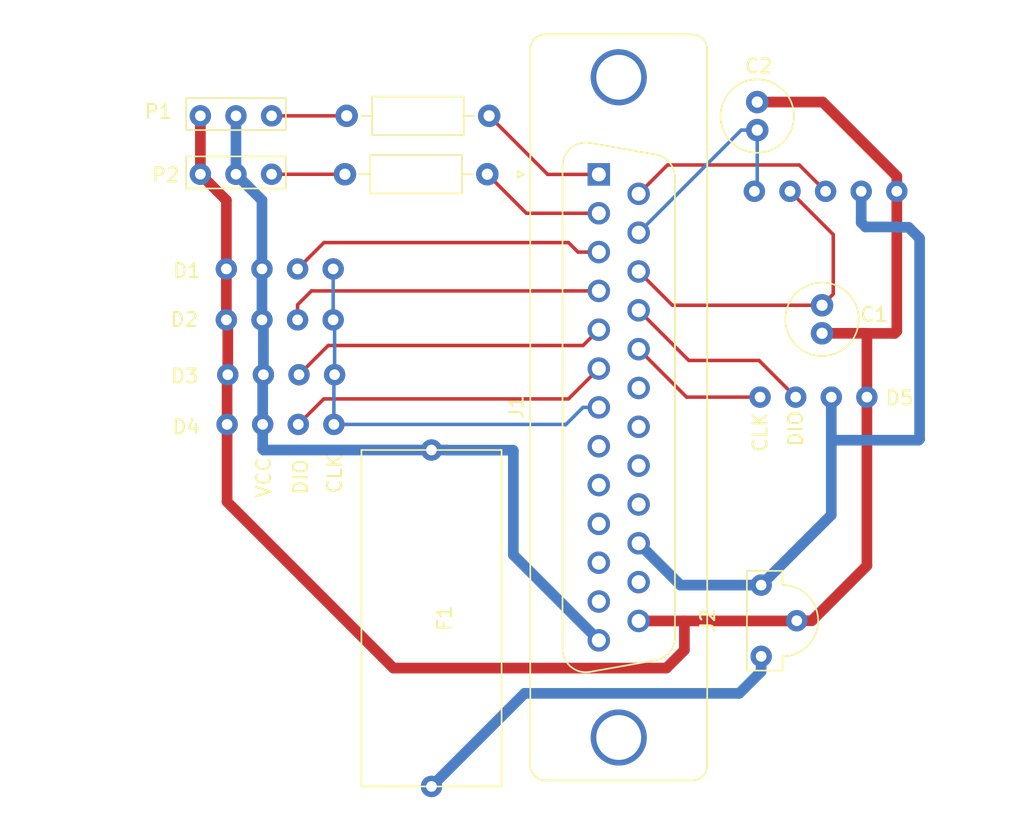
<source format=kicad_pcb>
(kicad_pcb (version 20171130) (host pcbnew "(5.1.0)-1")

  (general
    (thickness 1.6)
    (drawings 4)
    (tracks 113)
    (zones 0)
    (modules 15)
    (nets 27)
  )

  (page A4)
  (layers
    (0 F.Cu signal)
    (31 B.Cu signal)
    (32 B.Adhes user)
    (33 F.Adhes user)
    (34 B.Paste user hide)
    (35 F.Paste user)
    (36 B.SilkS user)
    (37 F.SilkS user)
    (38 B.Mask user)
    (39 F.Mask user)
    (40 Dwgs.User user)
    (41 Cmts.User user)
    (42 Eco1.User user)
    (43 Eco2.User user)
    (44 Edge.Cuts user)
    (45 Margin user)
    (46 B.CrtYd user)
    (47 F.CrtYd user)
    (48 B.Fab user)
    (49 F.Fab user)
  )

  (setup
    (last_trace_width 0.25)
    (user_trace_width 0.762)
    (trace_clearance 0.2)
    (zone_clearance 0.508)
    (zone_45_only no)
    (trace_min 0.2)
    (via_size 0.8)
    (via_drill 0.4)
    (via_min_size 0.4)
    (via_min_drill 0.3)
    (uvia_size 0.4)
    (uvia_drill 0.1)
    (uvias_allowed no)
    (uvia_min_size 0.4)
    (uvia_min_drill 0.1)
    (edge_width 0.05)
    (segment_width 0.2)
    (pcb_text_width 0.3)
    (pcb_text_size 1.5 1.5)
    (mod_edge_width 0.12)
    (mod_text_size 1 1)
    (mod_text_width 0.15)
    (pad_size 1.6 1.6)
    (pad_drill 1)
    (pad_to_mask_clearance 0.051)
    (solder_mask_min_width 0.25)
    (aux_axis_origin 0 0)
    (visible_elements 7FFFFFFF)
    (pcbplotparams
      (layerselection 0x010fc_ffffffff)
      (usegerberextensions false)
      (usegerberattributes false)
      (usegerberadvancedattributes false)
      (creategerberjobfile false)
      (excludeedgelayer true)
      (linewidth 0.100000)
      (plotframeref false)
      (viasonmask false)
      (mode 1)
      (useauxorigin false)
      (hpglpennumber 1)
      (hpglpenspeed 20)
      (hpglpendiameter 15.000000)
      (psnegative false)
      (psa4output false)
      (plotreference true)
      (plotvalue true)
      (plotinvisibletext false)
      (padsonsilk false)
      (subtractmaskfromsilk false)
      (outputformat 1)
      (mirror false)
      (drillshape 1)
      (scaleselection 1)
      (outputdirectory ""))
  )

  (net 0 "")
  (net 1 "Net-(J1-Pad11)")
  (net 2 "Net-(J1-Pad19)")
  (net 3 "Net-(J1-Pad20)")
  (net 4 "Net-(J1-Pad21)")
  (net 5 "Net-(J1-Pad22)")
  (net 6 "Net-(J1-Pad24)")
  (net 7 "Net-(J1-Pad10)")
  (net 8 GND)
  (net 9 VCC)
  (net 10 D1)
  (net 11 CLK)
  (net 12 D2)
  (net 13 D3)
  (net 14 D4)
  (net 15 CLK2)
  (net 16 D5)
  (net 17 B1)
  (net 18 B2)
  (net 19 "Net-(J1-Pad8)")
  (net 20 "Net-(J1-Pad9)")
  (net 21 "Net-(J1-Pad12)")
  (net 22 SW)
  (net 23 DT)
  (net 24 "Net-(P1-Pad1)")
  (net 25 "Net-(P2-Pad1)")
  (net 26 CLK3)

  (net_class Default "This is the default net class."
    (clearance 0.2)
    (trace_width 0.25)
    (via_dia 0.8)
    (via_drill 0.4)
    (uvia_dia 0.4)
    (uvia_drill 0.1)
    (add_net B1)
    (add_net B2)
    (add_net CLK)
    (add_net CLK2)
    (add_net CLK3)
    (add_net D1)
    (add_net D2)
    (add_net D3)
    (add_net D4)
    (add_net D5)
    (add_net DT)
    (add_net GND)
    (add_net "Net-(J1-Pad10)")
    (add_net "Net-(J1-Pad11)")
    (add_net "Net-(J1-Pad12)")
    (add_net "Net-(J1-Pad19)")
    (add_net "Net-(J1-Pad20)")
    (add_net "Net-(J1-Pad21)")
    (add_net "Net-(J1-Pad22)")
    (add_net "Net-(J1-Pad24)")
    (add_net "Net-(J1-Pad8)")
    (add_net "Net-(J1-Pad9)")
    (add_net "Net-(P1-Pad1)")
    (add_net "Net-(P2-Pad1)")
    (add_net SW)
    (add_net VCC)
  )

  (module Connector_Dsub:DSUB-25_Female_Vertical_P2.77x2.84mm_MountingHoles (layer F.Cu) (tedit 59FEDEE2) (tstamp 5CF87143)
    (at 117.9854 104.5338 90)
    (descr "25-pin D-Sub connector, straight/vertical, THT-mount, female, pitch 2.77x2.84mm, distance of mounting holes 47.1mm, see https://disti-assets.s3.amazonaws.com/tonar/files/datasheets/16730.pdf")
    (tags "25-pin D-Sub connector straight vertical THT female pitch 2.77x2.84mm mounting holes distance 47.1mm")
    (path /5CC77FAB)
    (fp_text reference J1 (at -16.62 -5.89 90) (layer F.SilkS)
      (effects (font (size 1 1) (thickness 0.15)))
    )
    (fp_text value DB25_Female (at -16.62 8.73 90) (layer F.Fab)
      (effects (font (size 1 1) (thickness 0.15)))
    )
    (fp_arc (start -42.17 -3.83) (end -43.17 -3.83) (angle 90) (layer F.Fab) (width 0.1))
    (fp_arc (start 8.93 -3.83) (end 8.93 -4.83) (angle 90) (layer F.Fab) (width 0.1))
    (fp_arc (start -42.17 6.67) (end -43.17 6.67) (angle -90) (layer F.Fab) (width 0.1))
    (fp_arc (start 8.93 6.67) (end 9.93 6.67) (angle 90) (layer F.Fab) (width 0.1))
    (fp_arc (start -42.17 -3.83) (end -43.23 -3.83) (angle 90) (layer F.SilkS) (width 0.12))
    (fp_arc (start 8.93 -3.83) (end 8.93 -4.89) (angle 90) (layer F.SilkS) (width 0.12))
    (fp_arc (start -42.17 6.67) (end -43.23 6.67) (angle -90) (layer F.SilkS) (width 0.12))
    (fp_arc (start 8.93 6.67) (end 9.99 6.67) (angle 90) (layer F.SilkS) (width 0.12))
    (fp_arc (start -33.863194 -0.93) (end -33.863194 -2.53) (angle -100) (layer F.Fab) (width 0.1))
    (fp_arc (start 0.623194 -0.93) (end 0.623194 -2.53) (angle 100) (layer F.Fab) (width 0.1))
    (fp_arc (start -33.034457 3.77) (end -33.034457 5.37) (angle 80) (layer F.Fab) (width 0.1))
    (fp_arc (start -0.205543 3.77) (end -0.205543 5.37) (angle -80) (layer F.Fab) (width 0.1))
    (fp_arc (start -33.851689 -0.93) (end -33.851689 -2.59) (angle -100) (layer F.SilkS) (width 0.12))
    (fp_arc (start 0.611689 -0.93) (end 0.611689 -2.59) (angle 100) (layer F.SilkS) (width 0.12))
    (fp_arc (start -33.022952 3.77) (end -33.022952 5.43) (angle 80) (layer F.SilkS) (width 0.12))
    (fp_arc (start -0.217048 3.77) (end -0.217048 5.43) (angle -80) (layer F.SilkS) (width 0.12))
    (fp_line (start -42.17 -4.83) (end 8.93 -4.83) (layer F.Fab) (width 0.1))
    (fp_line (start 9.93 -3.83) (end 9.93 6.67) (layer F.Fab) (width 0.1))
    (fp_line (start 8.93 7.67) (end -42.17 7.67) (layer F.Fab) (width 0.1))
    (fp_line (start -43.17 6.67) (end -43.17 -3.83) (layer F.Fab) (width 0.1))
    (fp_line (start -42.17 -4.89) (end 8.93 -4.89) (layer F.SilkS) (width 0.12))
    (fp_line (start 9.99 -3.83) (end 9.99 6.67) (layer F.SilkS) (width 0.12))
    (fp_line (start 8.93 7.73) (end -42.17 7.73) (layer F.SilkS) (width 0.12))
    (fp_line (start -43.23 6.67) (end -43.23 -3.83) (layer F.SilkS) (width 0.12))
    (fp_line (start -0.25 -5.784338) (end 0.25 -5.784338) (layer F.SilkS) (width 0.12))
    (fp_line (start 0.25 -5.784338) (end 0 -5.351325) (layer F.SilkS) (width 0.12))
    (fp_line (start 0 -5.351325) (end -0.25 -5.784338) (layer F.SilkS) (width 0.12))
    (fp_line (start -33.863194 -2.53) (end 0.623194 -2.53) (layer F.Fab) (width 0.1))
    (fp_line (start -33.034457 5.37) (end -0.205543 5.37) (layer F.Fab) (width 0.1))
    (fp_line (start 2.198887 -0.652163) (end 1.37015 4.047837) (layer F.Fab) (width 0.1))
    (fp_line (start -35.438887 -0.652163) (end -34.61015 4.047837) (layer F.Fab) (width 0.1))
    (fp_line (start -33.851689 -2.59) (end 0.611689 -2.59) (layer F.SilkS) (width 0.12))
    (fp_line (start -33.022952 5.43) (end -0.217048 5.43) (layer F.SilkS) (width 0.12))
    (fp_line (start 2.24647 -0.641744) (end 1.417733 4.058256) (layer F.SilkS) (width 0.12))
    (fp_line (start -35.48647 -0.641744) (end -34.657733 4.058256) (layer F.SilkS) (width 0.12))
    (fp_line (start -43.7 -5.35) (end -43.7 8.2) (layer F.CrtYd) (width 0.05))
    (fp_line (start -43.7 8.2) (end 10.45 8.2) (layer F.CrtYd) (width 0.05))
    (fp_line (start 10.45 8.2) (end 10.45 -5.35) (layer F.CrtYd) (width 0.05))
    (fp_line (start 10.45 -5.35) (end -43.7 -5.35) (layer F.CrtYd) (width 0.05))
    (fp_text user %R (at -16.62 1.42 90) (layer F.Fab)
      (effects (font (size 1 1) (thickness 0.15)))
    )
    (pad 1 thru_hole rect (at 0 0 90) (size 1.6 1.6) (drill 1) (layers *.Cu *.Mask)
      (net 17 B1))
    (pad 2 thru_hole circle (at -2.77 0 90) (size 1.6 1.6) (drill 1) (layers *.Cu *.Mask)
      (net 18 B2))
    (pad 3 thru_hole circle (at -5.54 0 90) (size 1.6 1.6) (drill 1) (layers *.Cu *.Mask)
      (net 10 D1))
    (pad 4 thru_hole circle (at -8.31 0 90) (size 1.6 1.6) (drill 1) (layers *.Cu *.Mask)
      (net 12 D2))
    (pad 5 thru_hole circle (at -11.08 0 90) (size 1.6 1.6) (drill 1) (layers *.Cu *.Mask)
      (net 13 D3))
    (pad 6 thru_hole circle (at -13.85 0 90) (size 1.6 1.6) (drill 1) (layers *.Cu *.Mask)
      (net 14 D4))
    (pad 7 thru_hole circle (at -16.62 0 90) (size 1.6 1.6) (drill 1) (layers *.Cu *.Mask)
      (net 11 CLK))
    (pad 8 thru_hole circle (at -19.39 0 90) (size 1.6 1.6) (drill 1) (layers *.Cu *.Mask)
      (net 19 "Net-(J1-Pad8)"))
    (pad 9 thru_hole circle (at -22.16 0 90) (size 1.6 1.6) (drill 1) (layers *.Cu *.Mask)
      (net 20 "Net-(J1-Pad9)"))
    (pad 10 thru_hole circle (at -24.93 0 90) (size 1.6 1.6) (drill 1) (layers *.Cu *.Mask)
      (net 7 "Net-(J1-Pad10)"))
    (pad 11 thru_hole circle (at -27.7 0 90) (size 1.6 1.6) (drill 1) (layers *.Cu *.Mask)
      (net 1 "Net-(J1-Pad11)"))
    (pad 12 thru_hole circle (at -30.47 0 90) (size 1.6 1.6) (drill 1) (layers *.Cu *.Mask)
      (net 21 "Net-(J1-Pad12)"))
    (pad 13 thru_hole circle (at -33.24 0 90) (size 1.6 1.6) (drill 1) (layers *.Cu *.Mask)
      (net 9 VCC))
    (pad 14 thru_hole circle (at -1.385 2.84 90) (size 1.6 1.6) (drill 1) (layers *.Cu *.Mask)
      (net 22 SW))
    (pad 15 thru_hole circle (at -4.155 2.84 90) (size 1.6 1.6) (drill 1) (layers *.Cu *.Mask)
      (net 15 CLK2))
    (pad 16 thru_hole circle (at -6.925 2.84 90) (size 1.6 1.6) (drill 1) (layers *.Cu *.Mask)
      (net 23 DT))
    (pad 17 thru_hole circle (at -9.695 2.84 90) (size 1.6 1.6) (drill 1) (layers *.Cu *.Mask)
      (net 16 D5))
    (pad 18 thru_hole circle (at -12.465 2.84 90) (size 1.6 1.6) (drill 1) (layers *.Cu *.Mask)
      (net 26 CLK3))
    (pad 19 thru_hole circle (at -15.235 2.84 90) (size 1.6 1.6) (drill 1) (layers *.Cu *.Mask)
      (net 2 "Net-(J1-Pad19)"))
    (pad 20 thru_hole circle (at -18.005 2.84 90) (size 1.6 1.6) (drill 1) (layers *.Cu *.Mask)
      (net 3 "Net-(J1-Pad20)"))
    (pad 21 thru_hole circle (at -20.775 2.84 90) (size 1.6 1.6) (drill 1) (layers *.Cu *.Mask)
      (net 4 "Net-(J1-Pad21)"))
    (pad 22 thru_hole circle (at -23.545 2.84 90) (size 1.6 1.6) (drill 1) (layers *.Cu *.Mask)
      (net 5 "Net-(J1-Pad22)"))
    (pad 23 thru_hole circle (at -26.315 2.84 90) (size 1.6 1.6) (drill 1) (layers *.Cu *.Mask)
      (net 9 VCC))
    (pad 24 thru_hole circle (at -29.085 2.84 90) (size 1.6 1.6) (drill 1) (layers *.Cu *.Mask)
      (net 6 "Net-(J1-Pad24)"))
    (pad 25 thru_hole circle (at -31.855 2.84 90) (size 1.6 1.6) (drill 1) (layers *.Cu *.Mask)
      (net 8 GND))
    (pad 0 thru_hole circle (at -40.17 1.42 90) (size 4 4) (drill 3.2) (layers *.Cu *.Mask))
    (pad 0 thru_hole circle (at 6.93 1.42 90) (size 4 4) (drill 3.2) (layers *.Cu *.Mask))
    (model ${KISYS3DMOD}/Connector_Dsub.3dshapes/DSUB-25_Female_Vertical_P2.77x2.84mm_MountingHoles.wrl
      (at (xyz 0 0 0))
      (scale (xyz 1 1 1))
      (rotate (xyz 0 0 0))
    )
  )

  (module Eco-PCB-Sensor-Footprints:TM1637-Display-holes (layer F.Cu) (tedit 5CF7E850) (tstamp 5CF870F2)
    (at 133.2992 138.4214 180)
    (path /5CE5879D)
    (fp_text reference D5 (at -6.1468 17.9324 180) (layer F.SilkS)
      (effects (font (size 1 1) (thickness 0.15)))
    )
    (fp_text value Display_5 (at -11.3538 17.9238 180) (layer F.Fab)
      (effects (font (size 1 1) (thickness 0.15)))
    )
    (fp_text user CLK (at 3.81 15.494 270) (layer F.SilkS)
      (effects (font (size 1 1) (thickness 0.15)))
    )
    (fp_text user DIO (at 1.27 15.748 270) (layer F.SilkS)
      (effects (font (size 1 1) (thickness 0.15)))
    )
    (pad 4 thru_hole circle (at 3.81 18 180) (size 1.524 1.524) (drill 0.762) (layers *.Cu *.Mask)
      (net 26 CLK3))
    (pad 3 thru_hole circle (at 1.27 18 180) (size 1.524 1.524) (drill 0.762) (layers *.Cu *.Mask)
      (net 16 D5))
    (pad 2 thru_hole circle (at -1.27 18 180) (size 1.524 1.524) (drill 0.762) (layers *.Cu *.Mask)
      (net 9 VCC))
    (pad 1 thru_hole circle (at -3.81 18 180) (size 1.524 1.524) (drill 0.762) (layers *.Cu *.Mask)
      (net 8 GND))
  )

  (module Capacitor_THT:C_Radial_D5.0mm_H11.0mm_P2.00mm (layer F.Cu) (tedit 5BC5C9B9) (tstamp 5CF870AC)
    (at 133.9088 113.8682 270)
    (descr "C, Radial series, Radial, pin pitch=2.00mm, diameter=5mm, height=11mm, Non-Polar Electrolytic Capacitor")
    (tags "C Radial series Radial pin pitch 2.00mm diameter 5mm height 11mm Non-Polar Electrolytic Capacitor")
    (path /5CF27090)
    (fp_text reference C1 (at 0.6604 -3.7084) (layer F.SilkS)
      (effects (font (size 1 1) (thickness 0.15)))
    )
    (fp_text value 47u (at 1 3.75 270) (layer F.Fab)
      (effects (font (size 1 1) (thickness 0.15)))
    )
    (fp_circle (center 1 0) (end 3.5 0) (layer F.Fab) (width 0.1))
    (fp_circle (center 1 0) (end 3.62 0) (layer F.SilkS) (width 0.12))
    (fp_circle (center 1 0) (end 3.75 0) (layer F.CrtYd) (width 0.05))
    (fp_text user %R (at 1 0 270) (layer F.Fab)
      (effects (font (size 1 1) (thickness 0.15)))
    )
    (pad 1 thru_hole circle (at 0 0 270) (size 1.6 1.6) (drill 0.8) (layers *.Cu *.Mask)
      (net 23 DT))
    (pad 2 thru_hole circle (at 2 0 270) (size 1.6 1.6) (drill 0.8) (layers *.Cu *.Mask)
      (net 8 GND))
    (model ${KISYS3DMOD}/Capacitor_THT.3dshapes/C_Radial_D5.0mm_H11.0mm_P2.00mm.wrl
      (at (xyz 0 0 0))
      (scale (xyz 1 1 1))
      (rotate (xyz 0 0 0))
    )
  )

  (module Capacitor_THT:C_Radial_D5.0mm_H11.0mm_P2.00mm (layer F.Cu) (tedit 5BC5C9B9) (tstamp 5CF870B6)
    (at 129.286 101.3714 90)
    (descr "C, Radial series, Radial, pin pitch=2.00mm, diameter=5mm, height=11mm, Non-Polar Electrolytic Capacitor")
    (tags "C Radial series Radial pin pitch 2.00mm diameter 5mm height 11mm Non-Polar Electrolytic Capacitor")
    (path /5CF28851)
    (fp_text reference C2 (at 4.572 0.1016) (layer F.SilkS)
      (effects (font (size 1 1) (thickness 0.15)))
    )
    (fp_text value 47u (at 1 3.75 90) (layer F.Fab)
      (effects (font (size 1 1) (thickness 0.15)))
    )
    (fp_text user %R (at 1 0 90) (layer F.Fab)
      (effects (font (size 1 1) (thickness 0.15)))
    )
    (fp_circle (center 1 0) (end 3.75 0) (layer F.CrtYd) (width 0.05))
    (fp_circle (center 1 0) (end 3.62 0) (layer F.SilkS) (width 0.12))
    (fp_circle (center 1 0) (end 3.5 0) (layer F.Fab) (width 0.1))
    (pad 2 thru_hole circle (at 2 0 90) (size 1.6 1.6) (drill 0.8) (layers *.Cu *.Mask)
      (net 8 GND))
    (pad 1 thru_hole circle (at 0 0 90) (size 1.6 1.6) (drill 0.8) (layers *.Cu *.Mask)
      (net 15 CLK2))
    (model ${KISYS3DMOD}/Capacitor_THT.3dshapes/C_Radial_D5.0mm_H11.0mm_P2.00mm.wrl
      (at (xyz 0 0 0))
      (scale (xyz 1 1 1))
      (rotate (xyz 0 0 0))
    )
  )

  (module Eco-PCB-Sensor-Footprints:TM1637-Display-holes (layer F.Cu) (tedit 5CF7E850) (tstamp 5CF870C2)
    (at 95.2246 93.2774)
    (path /5CD2EBFF)
    (fp_text reference D1 (at -6.6294 18.127) (layer F.SilkS)
      (effects (font (size 1 1) (thickness 0.15)))
    )
    (fp_text value Display_1 (at 0 22.606) (layer F.Fab)
      (effects (font (size 1 1) (thickness 0.15)))
    )
    (pad 1 thru_hole circle (at -3.81 18) (size 1.524 1.524) (drill 0.762) (layers *.Cu *.Mask)
      (net 8 GND))
    (pad 2 thru_hole circle (at -1.27 18) (size 1.524 1.524) (drill 0.762) (layers *.Cu *.Mask)
      (net 9 VCC))
    (pad 3 thru_hole circle (at 1.27 18) (size 1.524 1.524) (drill 0.762) (layers *.Cu *.Mask)
      (net 10 D1))
    (pad 4 thru_hole circle (at 3.81 18) (size 1.524 1.524) (drill 0.762) (layers *.Cu *.Mask)
      (net 11 CLK))
  )

  (module Eco-PCB-Sensor-Footprints:TM1637-Display-holes (layer F.Cu) (tedit 5CF7E850) (tstamp 5CF870CE)
    (at 95.2246 96.9096)
    (path /5CD392DE)
    (fp_text reference D2 (at -6.8072 17.9824) (layer F.SilkS)
      (effects (font (size 1 1) (thickness 0.15)))
    )
    (fp_text value Display_2 (at 0 22.606) (layer F.Fab)
      (effects (font (size 1 1) (thickness 0.15)))
    )
    (pad 1 thru_hole circle (at -3.81 18) (size 1.524 1.524) (drill 0.762) (layers *.Cu *.Mask)
      (net 8 GND))
    (pad 2 thru_hole circle (at -1.27 18) (size 1.524 1.524) (drill 0.762) (layers *.Cu *.Mask)
      (net 9 VCC))
    (pad 3 thru_hole circle (at 1.27 18) (size 1.524 1.524) (drill 0.762) (layers *.Cu *.Mask)
      (net 12 D2))
    (pad 4 thru_hole circle (at 3.81 18) (size 1.524 1.524) (drill 0.762) (layers *.Cu *.Mask)
      (net 11 CLK))
  )

  (module Eco-PCB-Sensor-Footprints:TM1637-Display-holes (layer F.Cu) (tedit 5CF7E850) (tstamp 5CF870DA)
    (at 95.3262 100.8212)
    (path /5CD39ABE)
    (fp_text reference D3 (at -6.8834 18.1016) (layer F.SilkS)
      (effects (font (size 1 1) (thickness 0.15)))
    )
    (fp_text value Display_3 (at 0 22.606) (layer F.Fab)
      (effects (font (size 1 1) (thickness 0.15)))
    )
    (pad 4 thru_hole circle (at 3.81 18) (size 1.524 1.524) (drill 0.762) (layers *.Cu *.Mask)
      (net 11 CLK))
    (pad 3 thru_hole circle (at 1.27 18) (size 1.524 1.524) (drill 0.762) (layers *.Cu *.Mask)
      (net 13 D3))
    (pad 2 thru_hole circle (at -1.27 18) (size 1.524 1.524) (drill 0.762) (layers *.Cu *.Mask)
      (net 9 VCC))
    (pad 1 thru_hole circle (at -3.81 18) (size 1.524 1.524) (drill 0.762) (layers *.Cu *.Mask)
      (net 8 GND))
  )

  (module Eco-PCB-Sensor-Footprints:TM1637-Display-holes (layer F.Cu) (tedit 5CF7E850) (tstamp 5CF870E6)
    (at 95.2754 104.3686)
    (path /5CD3A063)
    (fp_text reference D4 (at -6.731 18.1778) (layer F.SilkS)
      (effects (font (size 1 1) (thickness 0.15)))
    )
    (fp_text value Display_4 (at 0 22.606) (layer F.Fab)
      (effects (font (size 1 1) (thickness 0.15)))
    )
    (fp_text user VCC (at -1.1938 21.7932 90) (layer F.SilkS)
      (effects (font (size 1 1) (thickness 0.15)))
    )
    (fp_text user DIO (at 1.4478 21.7424 90) (layer F.SilkS)
      (effects (font (size 1 1) (thickness 0.15)))
    )
    (fp_text user CLK (at 3.8608 21.5138 270) (layer F.SilkS)
      (effects (font (size 1 1) (thickness 0.15)))
    )
    (pad 1 thru_hole circle (at -3.81 18) (size 1.524 1.524) (drill 0.762) (layers *.Cu *.Mask)
      (net 8 GND))
    (pad 2 thru_hole circle (at -1.27 18) (size 1.524 1.524) (drill 0.762) (layers *.Cu *.Mask)
      (net 9 VCC))
    (pad 3 thru_hole circle (at 1.27 18) (size 1.524 1.524) (drill 0.762) (layers *.Cu *.Mask)
      (net 14 D4))
    (pad 4 thru_hole circle (at 3.81 18) (size 1.524 1.524) (drill 0.762) (layers *.Cu *.Mask)
      (net 11 CLK))
  )

  (module Eco-PCB-Sensor-Footprints:Fuse-Holder (layer F.Cu) (tedit 5CE90410) (tstamp 5CF870FC)
    (at 111.0488 136.1948 90)
    (path /5CF7E43D)
    (fp_text reference F1 (at 0 -4.064 90) (layer F.SilkS)
      (effects (font (size 1 1) (thickness 0.15)))
    )
    (fp_text value Fuse (at 0 -6.096 90) (layer F.Fab)
      (effects (font (size 1 1) (thickness 0.15)))
    )
    (fp_line (start 12 0) (end 12 -10) (layer F.SilkS) (width 0.12))
    (fp_line (start -12 0) (end -12 -10) (layer F.SilkS) (width 0.12))
    (fp_line (start 12 -10) (end -12 -10) (layer F.SilkS) (width 0.12))
    (fp_line (start 12 0) (end -12 0) (layer F.SilkS) (width 0.12))
    (pad 1 thru_hole circle (at -12 -5 90) (size 1.524 1.524) (drill 0.762) (layers *.Cu *.Mask)
      (net 9 VCC))
    (pad 2 thru_hole circle (at 12 -5 90) (size 1.524 1.524) (drill 0.762) (layers *.Cu *.Mask)
      (net 9 VCC))
  )

  (module Eco-PCB-Sensor-Footprints:Red-Switch (layer F.Cu) (tedit 5CE6B00D) (tstamp 5CF87153)
    (at 129.5654 136.3726 270)
    (path /5CF82C25)
    (fp_text reference J2 (at 0 3.81 270) (layer F.SilkS)
      (effects (font (size 1 1) (thickness 0.15)))
    )
    (fp_text value Switch (at 0.508 -6.604 270) (layer F.Fab)
      (effects (font (size 1 1) (thickness 0.15)))
    )
    (fp_line (start -3.556 -1.016) (end -3.556 1.016) (layer F.SilkS) (width 0.12))
    (fp_line (start -3.556 1.016) (end 3.556 1.016) (layer F.SilkS) (width 0.12))
    (fp_line (start 3.556 1.016) (end 3.556 -1.016) (layer F.SilkS) (width 0.12))
    (fp_arc (start 0 -1.524) (end 2.54 -1.524) (angle -180) (layer F.SilkS) (width 0.12))
    (fp_line (start -2.54 -1.524) (end -3.556 -1.524) (layer F.SilkS) (width 0.12))
    (fp_line (start -3.556 -1.524) (end -3.556 -1.016) (layer F.SilkS) (width 0.12))
    (fp_line (start 2.54 -1.524) (end 3.556 -1.524) (layer F.SilkS) (width 0.12))
    (fp_line (start 3.556 -1.524) (end 3.556 -1.016) (layer F.SilkS) (width 0.12))
    (fp_text user GND (at 0 -4.826 270) (layer F.Fab)
      (effects (font (size 1 1) (thickness 0.15)))
    )
    (pad 1 thru_hole circle (at -2.54 0 270) (size 1.524 1.524) (drill 0.762) (layers *.Cu *.Mask)
      (net 9 VCC))
    (pad 2 thru_hole circle (at 2.54 0 270) (size 1.524 1.524) (drill 0.762) (layers *.Cu *.Mask)
      (net 9 VCC))
    (pad 3 thru_hole circle (at 0 -2.54 270) (size 1.524 1.524) (drill 0.762) (layers *.Cu *.Mask)
      (net 8 GND))
  )

  (module Eco-PCB-Sensor-Footprints:BUTTON (layer F.Cu) (tedit 5CF10E69) (tstamp 5CF8715E)
    (at 93.3704 100.3554 180)
    (path /5CE6B030)
    (fp_text reference P1 (at 6.8072 0.3048 180) (layer F.SilkS)
      (effects (font (size 1 1) (thickness 0.15)))
    )
    (fp_text value "Push Button" (at 13.3604 0.381 180) (layer F.Fab)
      (effects (font (size 1 1) (thickness 0.15)))
    )
    (fp_line (start 4.826 -1.016) (end -2.286 -1.016) (layer F.SilkS) (width 0.12))
    (fp_line (start 4.826 1.27) (end 4.826 -1.016) (layer F.SilkS) (width 0.12))
    (fp_line (start -2.286 1.27) (end 4.826 1.27) (layer F.SilkS) (width 0.12))
    (fp_line (start -2.286 -1.016) (end -2.286 1.27) (layer F.SilkS) (width 0.12))
    (pad 3 thru_hole circle (at 3.81 0 180) (size 1.524 1.524) (drill 0.762) (layers *.Cu *.Mask)
      (net 8 GND))
    (pad 2 thru_hole circle (at 1.27 0 180) (size 1.524 1.524) (drill 0.762) (layers *.Cu *.Mask)
      (net 9 VCC))
    (pad 1 thru_hole circle (at -1.27 0 180) (size 1.524 1.524) (drill 0.762) (layers *.Cu *.Mask)
      (net 24 "Net-(P1-Pad1)"))
  )

  (module Eco-PCB-Sensor-Footprints:BUTTON (layer F.Cu) (tedit 5CF10E69) (tstamp 5CF87169)
    (at 93.3704 104.521 180)
    (path /5CE6EB3E)
    (fp_text reference P2 (at 6.2738 -0.0508 180) (layer F.SilkS)
      (effects (font (size 1 1) (thickness 0.15)))
    )
    (fp_text value "Push Button" (at 12.7 0.0508 180) (layer F.Fab)
      (effects (font (size 1 1) (thickness 0.15)))
    )
    (fp_line (start -2.286 -1.016) (end -2.286 1.27) (layer F.SilkS) (width 0.12))
    (fp_line (start -2.286 1.27) (end 4.826 1.27) (layer F.SilkS) (width 0.12))
    (fp_line (start 4.826 1.27) (end 4.826 -1.016) (layer F.SilkS) (width 0.12))
    (fp_line (start 4.826 -1.016) (end -2.286 -1.016) (layer F.SilkS) (width 0.12))
    (pad 1 thru_hole circle (at -1.27 0 180) (size 1.524 1.524) (drill 0.762) (layers *.Cu *.Mask)
      (net 25 "Net-(P2-Pad1)"))
    (pad 2 thru_hole circle (at 1.27 0 180) (size 1.524 1.524) (drill 0.762) (layers *.Cu *.Mask)
      (net 9 VCC))
    (pad 3 thru_hole circle (at 3.81 0 180) (size 1.524 1.524) (drill 0.762) (layers *.Cu *.Mask)
      (net 8 GND))
  )

  (module Resistor_THT:R_Axial_DIN0207_L6.3mm_D2.5mm_P10.16mm_Horizontal (layer F.Cu) (tedit 5AE5139B) (tstamp 5CF87180)
    (at 110.1598 100.3554 180)
    (descr "Resistor, Axial_DIN0207 series, Axial, Horizontal, pin pitch=10.16mm, 0.25W = 1/4W, length*diameter=6.3*2.5mm^2, http://cdn-reichelt.de/documents/datenblatt/B400/1_4W%23YAG.pdf")
    (tags "Resistor Axial_DIN0207 series Axial Horizontal pin pitch 10.16mm 0.25W = 1/4W length 6.3mm diameter 2.5mm")
    (path /5CE728FC)
    (fp_text reference R1 (at 5.2578 3.6576 180) (layer F.Fab)
      (effects (font (size 1 1) (thickness 0.15)))
    )
    (fp_text value "10K Ohms" (at 5.08 2.37 180) (layer F.Fab)
      (effects (font (size 1 1) (thickness 0.15)))
    )
    (fp_line (start 1.93 -1.25) (end 1.93 1.25) (layer F.Fab) (width 0.1))
    (fp_line (start 1.93 1.25) (end 8.23 1.25) (layer F.Fab) (width 0.1))
    (fp_line (start 8.23 1.25) (end 8.23 -1.25) (layer F.Fab) (width 0.1))
    (fp_line (start 8.23 -1.25) (end 1.93 -1.25) (layer F.Fab) (width 0.1))
    (fp_line (start 0 0) (end 1.93 0) (layer F.Fab) (width 0.1))
    (fp_line (start 10.16 0) (end 8.23 0) (layer F.Fab) (width 0.1))
    (fp_line (start 1.81 -1.37) (end 1.81 1.37) (layer F.SilkS) (width 0.12))
    (fp_line (start 1.81 1.37) (end 8.35 1.37) (layer F.SilkS) (width 0.12))
    (fp_line (start 8.35 1.37) (end 8.35 -1.37) (layer F.SilkS) (width 0.12))
    (fp_line (start 8.35 -1.37) (end 1.81 -1.37) (layer F.SilkS) (width 0.12))
    (fp_line (start 1.04 0) (end 1.81 0) (layer F.SilkS) (width 0.12))
    (fp_line (start 9.12 0) (end 8.35 0) (layer F.SilkS) (width 0.12))
    (fp_line (start -1.05 -1.5) (end -1.05 1.5) (layer F.CrtYd) (width 0.05))
    (fp_line (start -1.05 1.5) (end 11.21 1.5) (layer F.CrtYd) (width 0.05))
    (fp_line (start 11.21 1.5) (end 11.21 -1.5) (layer F.CrtYd) (width 0.05))
    (fp_line (start 11.21 -1.5) (end -1.05 -1.5) (layer F.CrtYd) (width 0.05))
    (fp_text user %R (at 5.08 0 180) (layer F.Fab)
      (effects (font (size 1 1) (thickness 0.15)))
    )
    (pad 1 thru_hole circle (at 0 0 180) (size 1.6 1.6) (drill 0.8) (layers *.Cu *.Mask)
      (net 17 B1))
    (pad 2 thru_hole oval (at 10.16 0 180) (size 1.6 1.6) (drill 0.8) (layers *.Cu *.Mask)
      (net 24 "Net-(P1-Pad1)"))
    (model ${KISYS3DMOD}/Resistor_THT.3dshapes/R_Axial_DIN0207_L6.3mm_D2.5mm_P10.16mm_Horizontal.wrl
      (at (xyz 0 0 0))
      (scale (xyz 1 1 1))
      (rotate (xyz 0 0 0))
    )
  )

  (module Resistor_THT:R_Axial_DIN0207_L6.3mm_D2.5mm_P10.16mm_Horizontal (layer F.Cu) (tedit 5AE5139B) (tstamp 5CF87197)
    (at 110.0328 104.521 180)
    (descr "Resistor, Axial_DIN0207 series, Axial, Horizontal, pin pitch=10.16mm, 0.25W = 1/4W, length*diameter=6.3*2.5mm^2, http://cdn-reichelt.de/documents/datenblatt/B400/1_4W%23YAG.pdf")
    (tags "Resistor Axial_DIN0207 series Axial Horizontal pin pitch 10.16mm 0.25W = 1/4W length 6.3mm diameter 2.5mm")
    (path /5CE73538)
    (fp_text reference R2 (at 5.3086 -2.5146 180) (layer F.Fab)
      (effects (font (size 1 1) (thickness 0.15)))
    )
    (fp_text value "10K Ohms" (at 5.08 2.37 180) (layer F.Fab)
      (effects (font (size 1 1) (thickness 0.15)))
    )
    (fp_text user %R (at 5.08 0 180) (layer F.Fab)
      (effects (font (size 1 1) (thickness 0.15)))
    )
    (fp_line (start 11.21 -1.5) (end -1.05 -1.5) (layer F.CrtYd) (width 0.05))
    (fp_line (start 11.21 1.5) (end 11.21 -1.5) (layer F.CrtYd) (width 0.05))
    (fp_line (start -1.05 1.5) (end 11.21 1.5) (layer F.CrtYd) (width 0.05))
    (fp_line (start -1.05 -1.5) (end -1.05 1.5) (layer F.CrtYd) (width 0.05))
    (fp_line (start 9.12 0) (end 8.35 0) (layer F.SilkS) (width 0.12))
    (fp_line (start 1.04 0) (end 1.81 0) (layer F.SilkS) (width 0.12))
    (fp_line (start 8.35 -1.37) (end 1.81 -1.37) (layer F.SilkS) (width 0.12))
    (fp_line (start 8.35 1.37) (end 8.35 -1.37) (layer F.SilkS) (width 0.12))
    (fp_line (start 1.81 1.37) (end 8.35 1.37) (layer F.SilkS) (width 0.12))
    (fp_line (start 1.81 -1.37) (end 1.81 1.37) (layer F.SilkS) (width 0.12))
    (fp_line (start 10.16 0) (end 8.23 0) (layer F.Fab) (width 0.1))
    (fp_line (start 0 0) (end 1.93 0) (layer F.Fab) (width 0.1))
    (fp_line (start 8.23 -1.25) (end 1.93 -1.25) (layer F.Fab) (width 0.1))
    (fp_line (start 8.23 1.25) (end 8.23 -1.25) (layer F.Fab) (width 0.1))
    (fp_line (start 1.93 1.25) (end 8.23 1.25) (layer F.Fab) (width 0.1))
    (fp_line (start 1.93 -1.25) (end 1.93 1.25) (layer F.Fab) (width 0.1))
    (pad 2 thru_hole oval (at 10.16 0 180) (size 1.6 1.6) (drill 0.8) (layers *.Cu *.Mask)
      (net 25 "Net-(P2-Pad1)"))
    (pad 1 thru_hole circle (at 0 0 180) (size 1.6 1.6) (drill 0.8) (layers *.Cu *.Mask)
      (net 18 B2))
    (model ${KISYS3DMOD}/Resistor_THT.3dshapes/R_Axial_DIN0207_L6.3mm_D2.5mm_P10.16mm_Horizontal.wrl
      (at (xyz 0 0 0))
      (scale (xyz 1 1 1))
      (rotate (xyz 0 0 0))
    )
  )

  (module Eco-PCB-Sensor-Footprints:Rotary_Encoder_holes (layer F.Cu) (tedit 5CF7EEAD) (tstamp 5CF88A75)
    (at 136.4488 116.2304 180)
    (path /5CF21425)
    (fp_text reference A3 (at 2.54 7.366 180) (layer F.Fab)
      (effects (font (size 1 1) (thickness 0.15)))
    )
    (fp_text value "Rotary Encoder" (at 2.54 8.636 180) (layer F.Fab)
      (effects (font (size 1 1) (thickness 0.15)))
    )
    (pad 1 thru_hole circle (at -2.794 10.492 180) (size 1.524 1.524) (drill 0.762) (layers *.Cu *.Mask)
      (net 8 GND))
    (pad 2 thru_hole circle (at -0.254 10.492 180) (size 1.524 1.524) (drill 0.762) (layers *.Cu *.Mask)
      (net 9 VCC))
    (pad 3 thru_hole circle (at 2.286 10.492 180) (size 1.524 1.524) (drill 0.762) (layers *.Cu *.Mask)
      (net 22 SW))
    (pad 4 thru_hole circle (at 4.826 10.492 180) (size 1.524 1.524) (drill 0.762) (layers *.Cu *.Mask)
      (net 23 DT))
    (pad 5 thru_hole circle (at 7.366 10.492 180) (size 1.524 1.524) (drill 0.762) (layers *.Cu *.Mask)
      (net 15 CLK2))
  )

  (gr_line (start 141.88 150.7744) (end 85.0138 150.7744) (layer Eco2.User) (width 0.12) (tstamp 5CF901A3))
  (gr_line (start 84.963 150.7744) (end 84.963 92.1512) (layer Eco2.User) (width 0.12) (tstamp 5CE6BFFE))
  (gr_line (start 141.8844 150.7744) (end 141.8844 92.1512) (layer Eco2.User) (width 0.12) (tstamp 5CE6BFAF))
  (gr_line (start 141.88 92.1512) (end 85 92.1512) (layer Eco2.User) (width 0.12))

  (segment (start 132.0892 136.3888) (end 132.1054 136.3726) (width 0.762) (layer F.Cu) (net 8))
  (segment (start 124.0882 136.3888) (end 124.0882 138.4716) (width 0.762) (layer F.Cu) (net 8))
  (segment (start 124.0882 136.3888) (end 132.0892 136.3888) (width 0.762) (layer F.Cu) (net 8))
  (segment (start 120.8254 136.3888) (end 124.0882 136.3888) (width 0.762) (layer F.Cu) (net 8))
  (segment (start 124.0882 138.4716) (end 122.809 139.7508) (width 0.762) (layer F.Cu) (net 8))
  (segment (start 122.809 139.7508) (end 103.3272 139.7508) (width 0.762) (layer F.Cu) (net 8))
  (segment (start 91.4654 127.889) (end 91.4654 122.3686) (width 0.762) (layer F.Cu) (net 8))
  (segment (start 103.3272 139.7508) (end 91.4654 127.889) (width 0.762) (layer F.Cu) (net 8))
  (segment (start 91.4654 118.872) (end 91.5162 118.8212) (width 0.762) (layer F.Cu) (net 8))
  (segment (start 91.4654 122.3686) (end 91.4654 118.872) (width 0.762) (layer F.Cu) (net 8))
  (segment (start 91.5162 115.0112) (end 91.4146 114.9096) (width 0.762) (layer F.Cu) (net 8))
  (segment (start 91.5162 118.8212) (end 91.5162 115.0112) (width 0.762) (layer F.Cu) (net 8))
  (segment (start 91.4146 114.9096) (end 91.4146 111.2774) (width 0.762) (layer F.Cu) (net 8))
  (segment (start 91.4146 106.3752) (end 89.5604 104.521) (width 0.762) (layer F.Cu) (net 8))
  (segment (start 91.4146 111.2774) (end 91.4146 106.3752) (width 0.762) (layer F.Cu) (net 8))
  (segment (start 89.5604 104.521) (end 89.5604 100.3554) (width 0.762) (layer F.Cu) (net 8))
  (segment (start 137.1092 121.49903) (end 137.1092 120.4214) (width 0.762) (layer F.Cu) (net 8))
  (segment (start 137.1092 132.44643) (end 137.1092 121.49903) (width 0.762) (layer F.Cu) (net 8))
  (segment (start 133.18303 136.3726) (end 137.1092 132.44643) (width 0.762) (layer F.Cu) (net 8))
  (segment (start 132.1054 136.3726) (end 133.18303 136.3726) (width 0.762) (layer F.Cu) (net 8))
  (segment (start 137.1092 120.4214) (end 137.1092 115.8748) (width 0.762) (layer F.Cu) (net 8))
  (segment (start 137.1026 115.8682) (end 133.9088 115.8682) (width 0.762) (layer F.Cu) (net 8))
  (segment (start 137.1092 115.8748) (end 137.1026 115.8682) (width 0.762) (layer F.Cu) (net 8))
  (segment (start 137.1092 115.8748) (end 139.0904 115.8748) (width 0.762) (layer F.Cu) (net 8))
  (segment (start 139.2428 115.7224) (end 139.2428 105.7384) (width 0.762) (layer F.Cu) (net 8))
  (segment (start 139.0904 115.8748) (end 139.2428 115.7224) (width 0.762) (layer F.Cu) (net 8))
  (segment (start 130.41737 99.3714) (end 129.286 99.3714) (width 0.762) (layer F.Cu) (net 8))
  (segment (start 133.95343 99.3714) (end 130.41737 99.3714) (width 0.762) (layer F.Cu) (net 8))
  (segment (start 139.2428 104.66077) (end 133.95343 99.3714) (width 0.762) (layer F.Cu) (net 8))
  (segment (start 139.2428 105.7384) (end 139.2428 104.66077) (width 0.762) (layer F.Cu) (net 8))
  (segment (start 123.8092 133.8326) (end 129.5654 133.8326) (width 0.762) (layer B.Cu) (net 9))
  (segment (start 120.8254 130.8488) (end 123.8092 133.8326) (width 0.762) (layer B.Cu) (net 9))
  (segment (start 106.0488 124.1948) (end 94.0674 124.1948) (width 0.762) (layer B.Cu) (net 9))
  (segment (start 94.0054 124.1328) (end 94.0054 122.3686) (width 0.762) (layer B.Cu) (net 9))
  (segment (start 94.0674 124.1948) (end 94.0054 124.1328) (width 0.762) (layer B.Cu) (net 9))
  (segment (start 94.0054 118.872) (end 94.0562 118.8212) (width 0.762) (layer B.Cu) (net 9))
  (segment (start 94.0054 122.3686) (end 94.0054 118.872) (width 0.762) (layer B.Cu) (net 9))
  (segment (start 94.0562 115.0112) (end 93.9546 114.9096) (width 0.762) (layer B.Cu) (net 9))
  (segment (start 94.0562 118.8212) (end 94.0562 115.0112) (width 0.762) (layer B.Cu) (net 9))
  (segment (start 93.9546 114.9096) (end 93.9546 111.2774) (width 0.762) (layer B.Cu) (net 9))
  (segment (start 93.9546 106.3752) (end 92.1004 104.521) (width 0.762) (layer B.Cu) (net 9))
  (segment (start 93.9546 111.2774) (end 93.9546 106.3752) (width 0.762) (layer B.Cu) (net 9))
  (segment (start 92.1004 104.521) (end 92.1004 100.3554) (width 0.762) (layer B.Cu) (net 9))
  (segment (start 129.5654 139.99023) (end 128.00143 141.5542) (width 0.762) (layer B.Cu) (net 9))
  (segment (start 129.5654 138.9126) (end 129.5654 139.99023) (width 0.762) (layer B.Cu) (net 9))
  (segment (start 112.6894 141.5542) (end 106.0488 148.1948) (width 0.762) (layer B.Cu) (net 9))
  (segment (start 128.00143 141.5542) (end 112.6894 141.5542) (width 0.762) (layer B.Cu) (net 9))
  (segment (start 107.12643 124.1948) (end 107.13763 124.206) (width 0.762) (layer B.Cu) (net 9))
  (segment (start 106.0488 124.1948) (end 107.12643 124.1948) (width 0.762) (layer B.Cu) (net 9))
  (segment (start 107.13763 124.206) (end 111.8616 124.206) (width 0.762) (layer B.Cu) (net 9))
  (segment (start 111.8616 124.206) (end 111.887 124.2314) (width 0.762) (layer B.Cu) (net 9))
  (segment (start 111.887 131.6754) (end 117.9854 137.7738) (width 0.762) (layer B.Cu) (net 9))
  (segment (start 111.887 124.2314) (end 111.887 131.6754) (width 0.762) (layer B.Cu) (net 9))
  (segment (start 129.5654 133.8326) (end 134.5692 128.8288) (width 0.762) (layer B.Cu) (net 9))
  (segment (start 134.5692 123.4948) (end 140.7922 123.4948) (width 0.762) (layer B.Cu) (net 9))
  (segment (start 134.5692 123.4948) (end 134.5692 120.4214) (width 0.762) (layer B.Cu) (net 9))
  (segment (start 134.5692 128.8288) (end 134.5692 123.4948) (width 0.762) (layer B.Cu) (net 9))
  (segment (start 140.7922 123.4948) (end 140.8684 123.4186) (width 0.762) (layer B.Cu) (net 9))
  (segment (start 140.8684 123.4186) (end 140.8684 109.093) (width 0.762) (layer B.Cu) (net 9))
  (segment (start 140.8684 109.093) (end 140.081 108.3056) (width 0.762) (layer B.Cu) (net 9))
  (segment (start 139.27 108.3056) (end 139.2446 108.2802) (width 0.762) (layer B.Cu) (net 9))
  (segment (start 140.081 108.3056) (end 139.27 108.3056) (width 0.762) (layer B.Cu) (net 9))
  (segment (start 139.2446 108.2802) (end 137.0076 108.2802) (width 0.762) (layer B.Cu) (net 9))
  (segment (start 136.7028 107.9754) (end 136.7028 105.7384) (width 0.762) (layer B.Cu) (net 9))
  (segment (start 137.0076 108.2802) (end 136.7028 107.9754) (width 0.762) (layer B.Cu) (net 9))
  (segment (start 117.5922 110.0738) (end 117.9854 110.0738) (width 0.25) (layer F.Cu) (net 10))
  (segment (start 116.5 110.0738) (end 117.9854 110.0738) (width 0.25) (layer F.Cu) (net 10))
  (segment (start 115.824 109.3978) (end 116.5 110.0738) (width 0.25) (layer F.Cu) (net 10))
  (segment (start 96.4946 111.2774) (end 98.3742 109.3978) (width 0.25) (layer F.Cu) (net 10))
  (segment (start 98.3742 109.3978) (end 115.824 109.3978) (width 0.25) (layer F.Cu) (net 10))
  (segment (start 116.85403 121.1538) (end 115.60523 122.4026) (width 0.25) (layer B.Cu) (net 11))
  (segment (start 117.9854 121.1538) (end 116.85403 121.1538) (width 0.25) (layer B.Cu) (net 11))
  (segment (start 115.57123 122.3686) (end 99.0854 122.3686) (width 0.25) (layer B.Cu) (net 11))
  (segment (start 115.60523 122.4026) (end 115.57123 122.3686) (width 0.25) (layer B.Cu) (net 11))
  (segment (start 99.0854 118.872) (end 99.1362 118.8212) (width 0.25) (layer B.Cu) (net 11))
  (segment (start 99.0854 122.3686) (end 99.0854 118.872) (width 0.25) (layer B.Cu) (net 11))
  (segment (start 99.1362 115.0112) (end 99.0346 114.9096) (width 0.25) (layer B.Cu) (net 11))
  (segment (start 99.1362 118.8212) (end 99.1362 115.0112) (width 0.25) (layer B.Cu) (net 11))
  (segment (start 99.0346 114.9096) (end 99.0346 111.2774) (width 0.25) (layer B.Cu) (net 11))
  (segment (start 97.48277 112.8438) (end 117.9854 112.8438) (width 0.25) (layer F.Cu) (net 12))
  (segment (start 96.4946 114.9096) (end 96.4946 113.83197) (width 0.25) (layer F.Cu) (net 12))
  (segment (start 96.4946 113.83197) (end 97.48277 112.8438) (width 0.25) (layer F.Cu) (net 12))
  (segment (start 96.5962 118.8212) (end 98.679 116.7384) (width 0.25) (layer F.Cu) (net 13))
  (segment (start 116.8608 116.7384) (end 117.9854 115.6138) (width 0.25) (layer F.Cu) (net 13))
  (segment (start 98.679 116.7384) (end 116.8608 116.7384) (width 0.25) (layer F.Cu) (net 13))
  (segment (start 96.5454 122.3686) (end 98.3656 120.5484) (width 0.25) (layer F.Cu) (net 14))
  (segment (start 115.8208 120.5484) (end 117.9854 118.3838) (width 0.25) (layer F.Cu) (net 14))
  (segment (start 98.3656 120.5484) (end 115.8208 120.5484) (width 0.25) (layer F.Cu) (net 14))
  (segment (start 129.286 105.5352) (end 129.0828 105.7384) (width 0.25) (layer B.Cu) (net 15))
  (segment (start 129.286 101.3714) (end 129.286 105.5352) (width 0.25) (layer B.Cu) (net 15))
  (segment (start 128.1428 101.3714) (end 120.8254 108.6888) (width 0.25) (layer B.Cu) (net 15))
  (segment (start 129.286 101.3714) (end 128.1428 101.3714) (width 0.25) (layer B.Cu) (net 15))
  (segment (start 132.0292 120.4214) (end 129.413 117.8052) (width 0.25) (layer F.Cu) (net 16))
  (segment (start 124.4018 117.8052) (end 120.8254 114.2288) (width 0.25) (layer F.Cu) (net 16))
  (segment (start 129.413 117.8052) (end 124.4018 117.8052) (width 0.25) (layer F.Cu) (net 16))
  (segment (start 114.3382 104.5338) (end 117.9854 104.5338) (width 0.25) (layer F.Cu) (net 17))
  (segment (start 110.1598 100.3554) (end 114.3382 104.5338) (width 0.25) (layer F.Cu) (net 17))
  (segment (start 112.8156 107.3038) (end 117.9854 107.3038) (width 0.25) (layer F.Cu) (net 18))
  (segment (start 110.0328 104.521) (end 112.8156 107.3038) (width 0.25) (layer F.Cu) (net 18))
  (segment (start 121.625399 105.118801) (end 120.8254 105.9188) (width 0.25) (layer F.Cu) (net 22))
  (segment (start 122.8836 103.8606) (end 121.625399 105.118801) (width 0.25) (layer F.Cu) (net 22))
  (segment (start 132.285 103.8606) (end 122.8836 103.8606) (width 0.25) (layer F.Cu) (net 22))
  (segment (start 134.1628 105.7384) (end 132.285 103.8606) (width 0.25) (layer F.Cu) (net 22))
  (segment (start 123.2348 113.8682) (end 133.9088 113.8682) (width 0.25) (layer F.Cu) (net 23))
  (segment (start 120.8254 111.4588) (end 123.2348 113.8682) (width 0.25) (layer F.Cu) (net 23))
  (segment (start 132.384799 106.500399) (end 131.6228 105.7384) (width 0.25) (layer F.Cu) (net 23))
  (segment (start 134.708799 108.824399) (end 132.384799 106.500399) (width 0.25) (layer F.Cu) (net 23))
  (segment (start 134.708799 113.068201) (end 134.708799 108.824399) (width 0.25) (layer F.Cu) (net 23))
  (segment (start 133.9088 113.8682) (end 134.708799 113.068201) (width 0.25) (layer F.Cu) (net 23))
  (segment (start 94.6404 100.3554) (end 99.9998 100.3554) (width 0.25) (layer F.Cu) (net 24))
  (segment (start 94.6404 104.521) (end 99.8728 104.521) (width 0.25) (layer F.Cu) (net 25))
  (segment (start 124.248 120.4214) (end 120.8254 116.9988) (width 0.25) (layer F.Cu) (net 26))
  (segment (start 129.4892 120.4214) (end 124.248 120.4214) (width 0.25) (layer F.Cu) (net 26))

)

</source>
